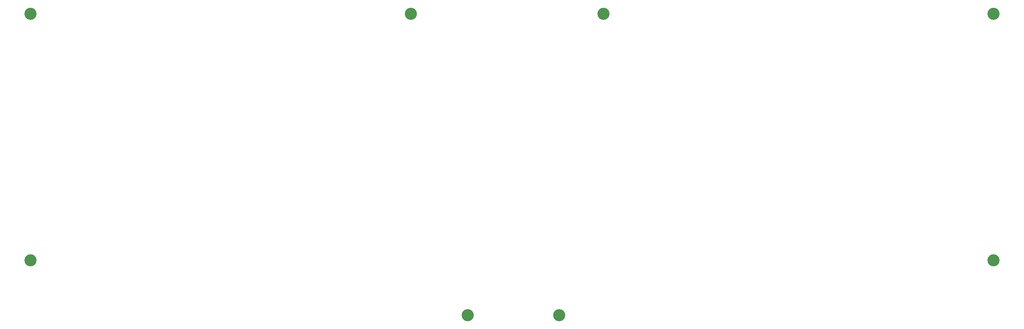
<source format=gbr>
G04 #@! TF.GenerationSoftware,KiCad,Pcbnew,7.0.10*
G04 #@! TF.CreationDate,2024-03-22T12:33:34+09:00*
G04 #@! TF.ProjectId,first_keyboard,66697273-745f-46b6-9579-626f6172642e,rev?*
G04 #@! TF.SameCoordinates,Original*
G04 #@! TF.FileFunction,Soldermask,Bot*
G04 #@! TF.FilePolarity,Negative*
%FSLAX46Y46*%
G04 Gerber Fmt 4.6, Leading zero omitted, Abs format (unit mm)*
G04 Created by KiCad (PCBNEW 7.0.10) date 2024-03-22 12:33:34*
%MOMM*%
%LPD*%
G01*
G04 APERTURE LIST*
%ADD10C,3.200000*%
G04 APERTURE END LIST*
D10*
X274320000Y-32004000D03*
X20320000Y-97028000D03*
X274320000Y-97028000D03*
X20320000Y-32004000D03*
X171450000Y-32004000D03*
X135616250Y-111506000D03*
X159746250Y-111506000D03*
X120650000Y-32004000D03*
M02*

</source>
